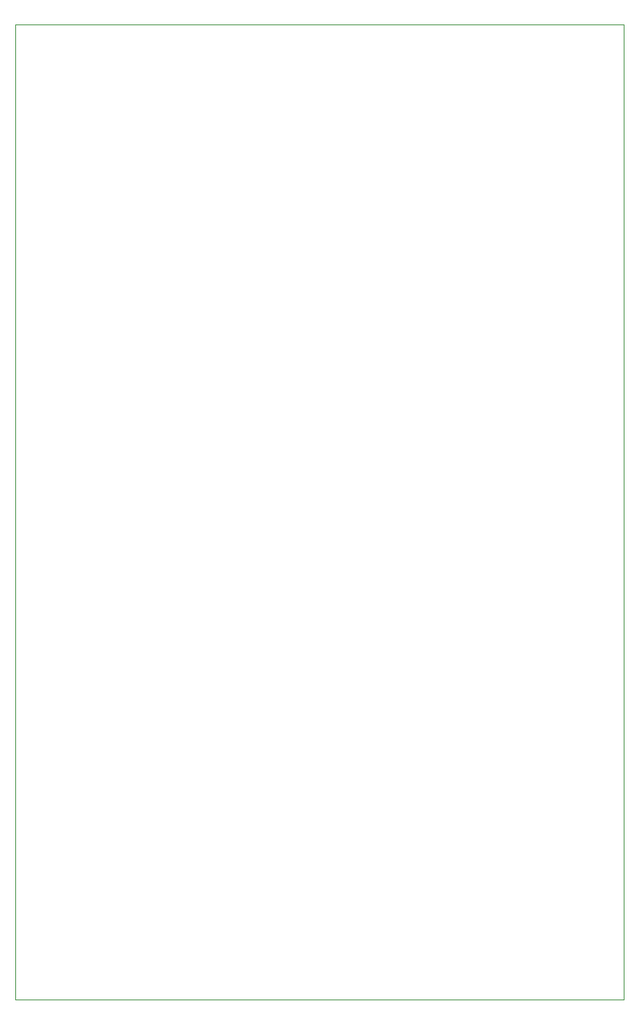
<source format=gbr>
G04 #@! TF.GenerationSoftware,KiCad,Pcbnew,(5.1.6)-1*
G04 #@! TF.CreationDate,2021-06-26T23:55:56+02:00*
G04 #@! TF.ProjectId,GridsNanoV3,47726964-734e-4616-9e6f-56332e6b6963,rev?*
G04 #@! TF.SameCoordinates,Original*
G04 #@! TF.FileFunction,Profile,NP*
%FSLAX46Y46*%
G04 Gerber Fmt 4.6, Leading zero omitted, Abs format (unit mm)*
G04 Created by KiCad (PCBNEW (5.1.6)-1) date 2021-06-26 23:55:56*
%MOMM*%
%LPD*%
G01*
G04 APERTURE LIST*
G04 #@! TA.AperFunction,Profile*
%ADD10C,0.050000*%
G04 #@! TD*
G04 APERTURE END LIST*
D10*
X101600000Y-17780000D02*
X101600000Y-124460000D01*
X101600000Y-125730000D02*
X169000000Y-125730000D01*
X169000000Y-17780000D02*
X101600000Y-17780000D01*
X101600000Y-124460000D02*
X101600000Y-125730000D01*
X169000000Y-125730000D02*
X169000000Y-17780000D01*
M02*

</source>
